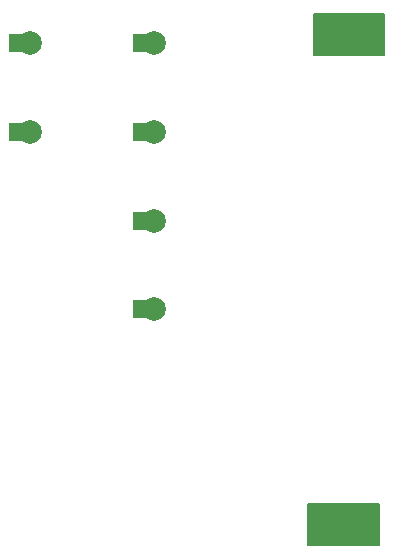
<source format=gbr>
%TF.GenerationSoftware,KiCad,Pcbnew,8.0.8*%
%TF.CreationDate,2025-07-15T17:27:57-07:00*%
%TF.ProjectId,Map Lights,4d617020-4c69-4676-9874-732e6b696361,rev?*%
%TF.SameCoordinates,Original*%
%TF.FileFunction,Soldermask,Bot*%
%TF.FilePolarity,Negative*%
%FSLAX46Y46*%
G04 Gerber Fmt 4.6, Leading zero omitted, Abs format (unit mm)*
G04 Created by KiCad (PCBNEW 8.0.8) date 2025-07-15 17:27:57*
%MOMM*%
%LPD*%
G01*
G04 APERTURE LIST*
%ADD10C,0.200000*%
%ADD11C,2.000000*%
%ADD12R,1.500000X1.500000*%
G04 APERTURE END LIST*
D10*
X179500000Y-119500000D02*
X185500000Y-119500000D01*
X185500000Y-123000000D01*
X179500000Y-123000000D01*
X179500000Y-119500000D01*
G36*
X179500000Y-119500000D02*
G01*
X185500000Y-119500000D01*
X185500000Y-123000000D01*
X179500000Y-123000000D01*
X179500000Y-119500000D01*
G37*
X180000000Y-78000000D02*
X186000000Y-78000000D01*
X186000000Y-81500000D01*
X180000000Y-81500000D01*
X180000000Y-78000000D01*
G36*
X180000000Y-78000000D02*
G01*
X186000000Y-78000000D01*
X186000000Y-81500000D01*
X180000000Y-81500000D01*
X180000000Y-78000000D01*
G37*
D11*
%TO.C,DV*%
X166500000Y-88000000D03*
D12*
X165500000Y-88000000D03*
%TD*%
D11*
%TO.C,CI*%
X166500000Y-95500000D03*
D12*
X165500000Y-95500000D03*
%TD*%
D11*
%TO.C,RW*%
X156000000Y-80500000D03*
D12*
X155000000Y-80500000D03*
%TD*%
D11*
%TO.C,JT*%
X166500000Y-103000000D03*
D12*
X165500000Y-103000000D03*
%TD*%
D11*
%TO.C,YM*%
X156000000Y-88000000D03*
D12*
X155000000Y-88000000D03*
%TD*%
D11*
%TO.C,SQ*%
X166500000Y-80500000D03*
D12*
X165500000Y-80500000D03*
%TD*%
M02*

</source>
